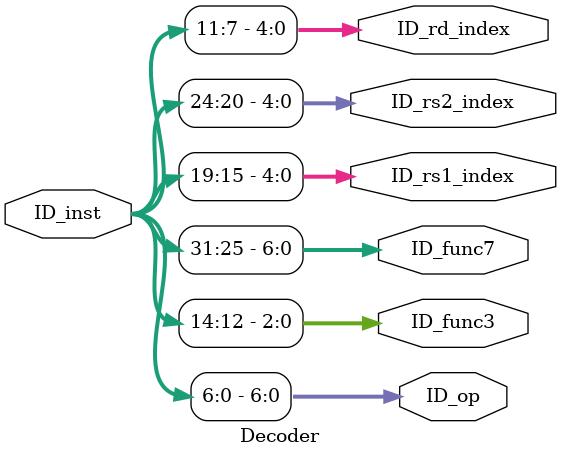
<source format=sv>
module Decoder (
    input logic [31:0] ID_inst,  

    output logic [6:0] ID_op,
    output logic [2:0] ID_func3,
    output logic [6:0] ID_func7,
    output logic [4:0] ID_rs1_index,   
    output logic [4:0] ID_rs2_index,
    output logic [4:0] ID_rd_index   
);
    assign ID_op        = ID_inst[ 6: 0];
    assign ID_func3     = ID_inst[14:12];
    assign ID_func7     = ID_inst[31:25];
    assign ID_rs1_index = ID_inst[19:15];
    assign ID_rs2_index = ID_inst[24:20];
    assign ID_rd_index  = ID_inst[11: 7];
    
endmodule
</source>
